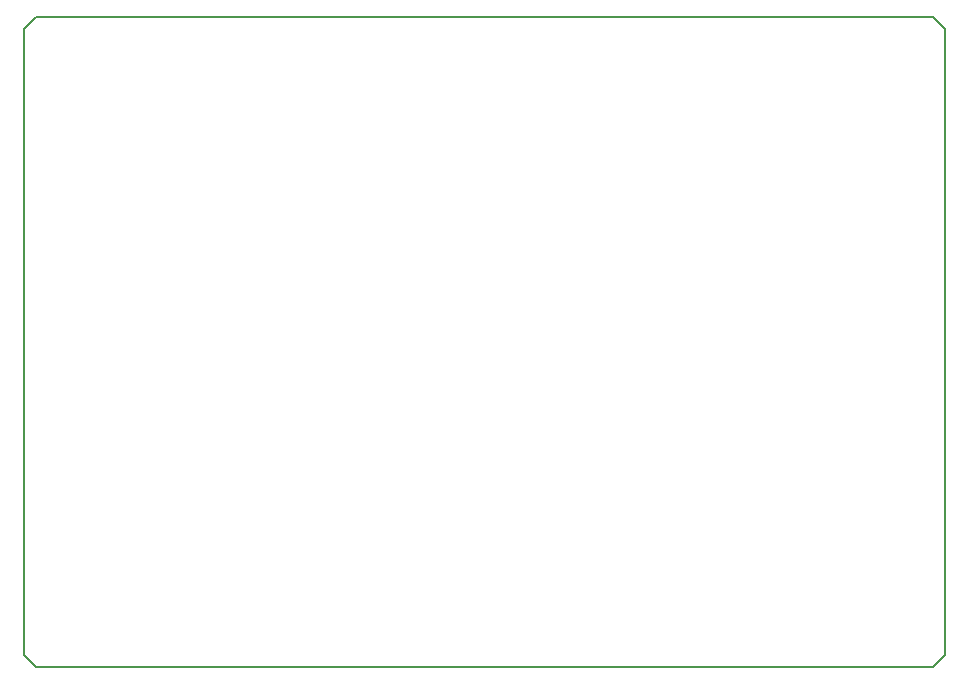
<source format=gbr>
G04 #@! TF.FileFunction,Profile,NP*
%FSLAX46Y46*%
G04 Gerber Fmt 4.6, Leading zero omitted, Abs format (unit mm)*
G04 Created by KiCad (PCBNEW (2015-08-26 BZR 6129, Git 2e41367)-product) date 17-08-10 10:08:59 AM*
%MOMM*%
G01*
G04 APERTURE LIST*
%ADD10C,0.100000*%
%ADD11C,0.150000*%
G04 APERTURE END LIST*
D10*
D11*
X-39000000Y-14000000D02*
X-39000000Y39000000D01*
X-38000000Y-15000000D02*
X-39000000Y-14000000D01*
X38000000Y-15000000D02*
X-38000000Y-15000000D01*
X39000000Y-14000000D02*
X38000000Y-15000000D01*
X39000000Y39000000D02*
X39000000Y-14000000D01*
X38000000Y40000000D02*
X39000000Y39000000D01*
X-38000000Y40000000D02*
X38000000Y40000000D01*
X-39000000Y39000000D02*
X-38000000Y40000000D01*
M02*

</source>
